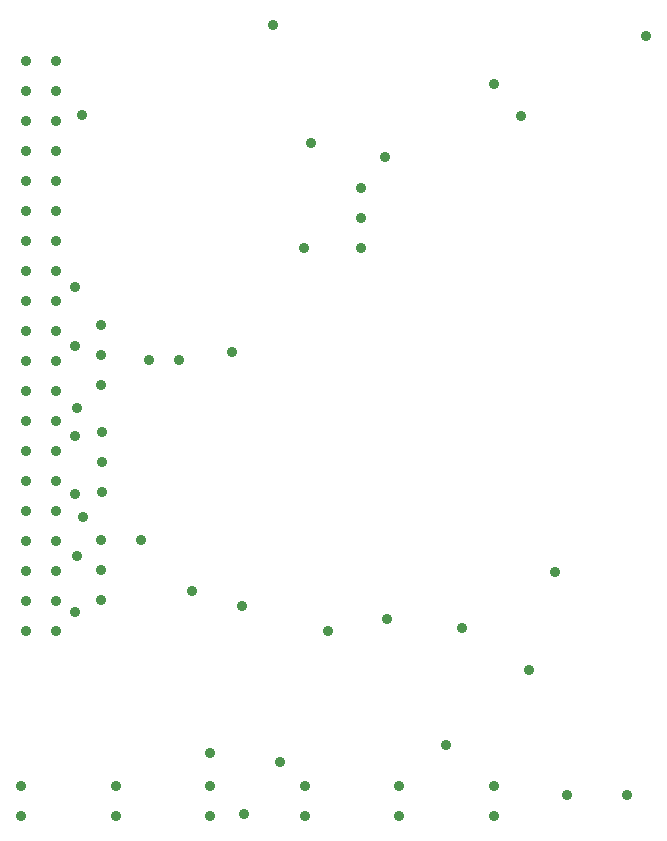
<source format=gbr>
%TF.GenerationSoftware,Altium Limited,Altium Designer,24.8.2 (39)*%
G04 Layer_Color=0*
%FSLAX23Y23*%
%MOIN*%
%TF.SameCoordinates,E7E5857B-D81F-4818-B411-2ABEDC566613*%
%TF.FilePolarity,Positive*%
%TF.FileFunction,Plated,1,2,PTH,Drill*%
%TF.Part,Single*%
G01*
G75*
%TA.AperFunction,ComponentDrill*%
%ADD43C,0.035*%
%ADD44C,0.035*%
%TA.AperFunction,ViaDrill,NotFilled*%
%ADD45C,0.035*%
D43*
X1211Y2000D02*
D03*
Y2100D02*
D03*
Y2200D02*
D03*
X194Y724D02*
D03*
Y824D02*
D03*
Y1024D02*
D03*
Y1124D02*
D03*
Y1224D02*
D03*
Y1324D02*
D03*
Y1424D02*
D03*
Y1524D02*
D03*
Y1624D02*
D03*
Y1724D02*
D03*
Y1824D02*
D03*
Y1924D02*
D03*
Y2024D02*
D03*
Y2124D02*
D03*
Y2224D02*
D03*
Y2324D02*
D03*
Y2424D02*
D03*
Y2524D02*
D03*
Y2624D02*
D03*
X94Y724D02*
D03*
Y824D02*
D03*
Y924D02*
D03*
Y1024D02*
D03*
Y1124D02*
D03*
Y1224D02*
D03*
Y1324D02*
D03*
Y1424D02*
D03*
Y1524D02*
D03*
Y1624D02*
D03*
Y1724D02*
D03*
Y1824D02*
D03*
Y1924D02*
D03*
Y2024D02*
D03*
Y2124D02*
D03*
Y2224D02*
D03*
Y2324D02*
D03*
Y2424D02*
D03*
Y2524D02*
D03*
Y2624D02*
D03*
X194Y924D02*
D03*
X346Y1025D02*
D03*
Y825D02*
D03*
Y925D02*
D03*
X79Y207D02*
D03*
Y107D02*
D03*
X394Y207D02*
D03*
Y107D02*
D03*
X709Y207D02*
D03*
Y107D02*
D03*
X1024Y207D02*
D03*
Y107D02*
D03*
X1339Y207D02*
D03*
Y107D02*
D03*
X1654Y207D02*
D03*
Y107D02*
D03*
X350Y1185D02*
D03*
Y1285D02*
D03*
Y1385D02*
D03*
X346Y1543D02*
D03*
Y1643D02*
D03*
Y1743D02*
D03*
D44*
X2098Y177D02*
D03*
X1898D02*
D03*
X505Y1626D02*
D03*
X605D02*
D03*
D45*
X264Y1465D02*
D03*
X260Y1374D02*
D03*
X259Y1674D02*
D03*
X1299Y764D02*
D03*
X822Y114D02*
D03*
X943Y285D02*
D03*
X1103Y724D02*
D03*
X816Y807D02*
D03*
X649Y855D02*
D03*
X264Y973D02*
D03*
X258Y1179D02*
D03*
X260Y1868D02*
D03*
X283Y2444D02*
D03*
X2161Y2705D02*
D03*
X1857Y918D02*
D03*
X1291Y2303D02*
D03*
X1547Y732D02*
D03*
X781Y1654D02*
D03*
X709Y316D02*
D03*
X480Y1026D02*
D03*
X257Y787D02*
D03*
X285Y1103D02*
D03*
X1022Y2001D02*
D03*
X1046Y2349D02*
D03*
X1496Y344D02*
D03*
X1772Y594D02*
D03*
X1655Y2545D02*
D03*
X1744Y2439D02*
D03*
X920Y2742D02*
D03*
%TF.MD5,eaeac4fc987d6891f75abff29e60f525*%
M02*

</source>
